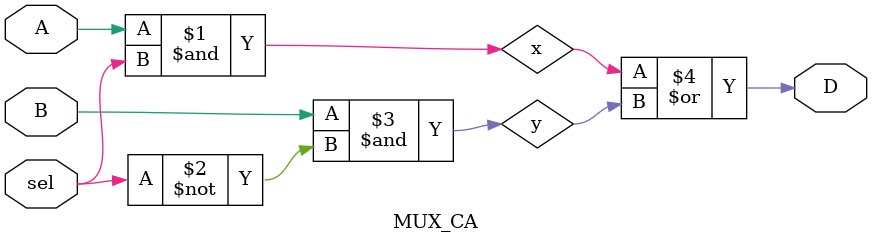
<source format=sv>
module MUX_CA(
input logic sel,
input logic A,
input logic B,
output logic D);
logic x, y;
	assign x= A & sel;
	assign y= B & ~(sel);
	assign D = x|y;
endmodule
</source>
